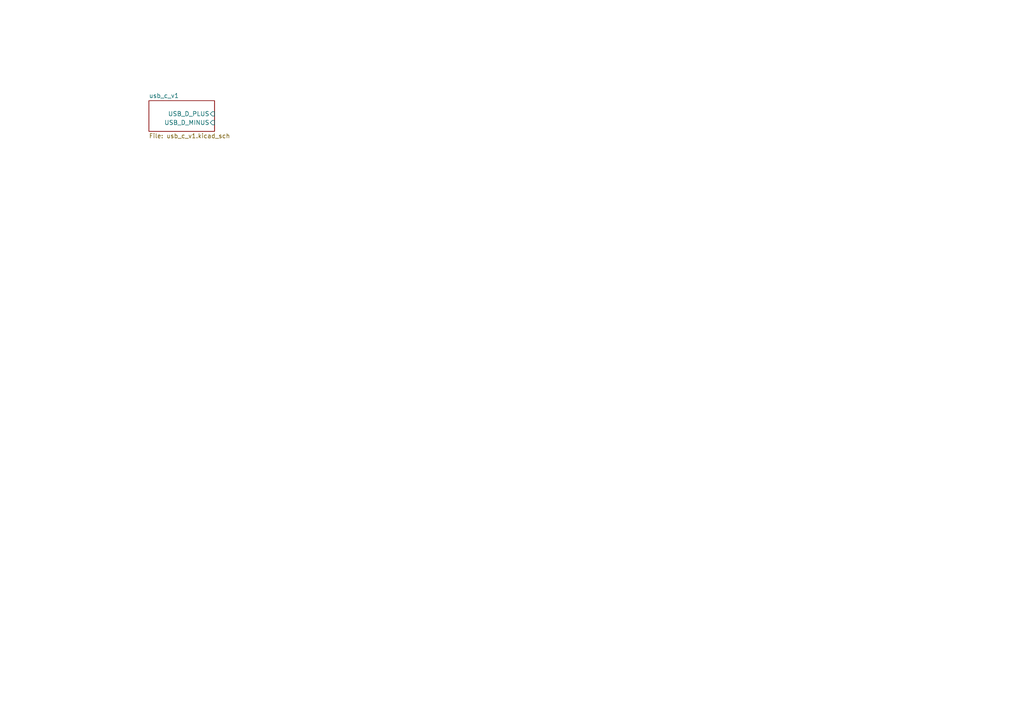
<source format=kicad_sch>
(kicad_sch
	(version 20250114)
	(generator "eeschema")
	(generator_version "9.0")
	(uuid "ffc67360-c592-42dc-bf10-3ceba40203bd")
	(paper "A4")
	(lib_symbols)
	(sheet
		(at 43.18 29.21)
		(size 19.05 8.89)
		(exclude_from_sim no)
		(in_bom yes)
		(on_board yes)
		(dnp no)
		(fields_autoplaced yes)
		(stroke
			(width 0.1524)
			(type solid)
		)
		(fill
			(color 0 0 0 0.0000)
		)
		(uuid "5d22a3c5-a28e-47d3-b10e-f1336e75c38d")
		(property "Sheetname" "usb_c_v1"
			(at 43.18 28.4984 0)
			(effects
				(font
					(size 1.27 1.27)
				)
				(justify left bottom)
			)
		)
		(property "Sheetfile" "usb_c_v1.kicad_sch"
			(at 43.18 38.6846 0)
			(effects
				(font
					(size 1.27 1.27)
				)
				(justify left top)
			)
		)
		(pin "USB_D_MINUS" input
			(at 62.23 35.56 0)
			(uuid "9ccdd7b6-188f-41cf-a77d-bbdaa545753e")
			(effects
				(font
					(size 1.27 1.27)
				)
				(justify right)
			)
		)
		(pin "USB_D_PLUS" input
			(at 62.23 33.02 0)
			(uuid "7bfd109b-35bd-4d2a-bf37-74d62ce5a062")
			(effects
				(font
					(size 1.27 1.27)
				)
				(justify right)
			)
		)
		(instances
			(project "SpinStat"
				(path "/ffc67360-c592-42dc-bf10-3ceba40203bd"
					(page "2")
				)
			)
		)
	)
	(sheet_instances
		(path "/"
			(page "1")
		)
	)
	(embedded_fonts no)
)

</source>
